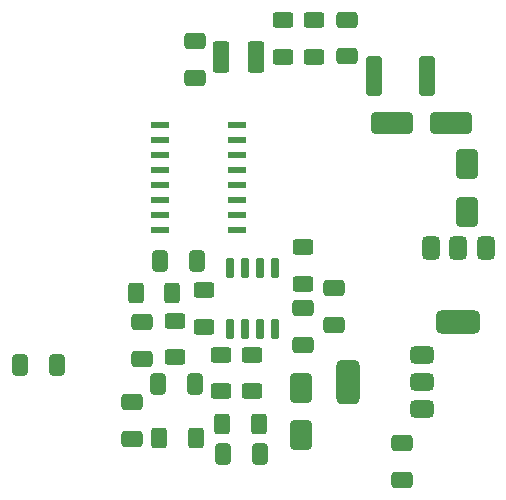
<source format=gbr>
%TF.GenerationSoftware,KiCad,Pcbnew,8.0.3-unknown-202406152119~3f4dc01d97~ubuntu22.04.1*%
%TF.CreationDate,2024-06-18T16:57:28+05:30*%
%TF.ProjectId,SDR-Board,5344522d-426f-4617-9264-2e6b69636164,rev?*%
%TF.SameCoordinates,Original*%
%TF.FileFunction,Paste,Top*%
%TF.FilePolarity,Positive*%
%FSLAX46Y46*%
G04 Gerber Fmt 4.6, Leading zero omitted, Abs format (unit mm)*
G04 Created by KiCad (PCBNEW 8.0.3-unknown-202406152119~3f4dc01d97~ubuntu22.04.1) date 2024-06-18 16:57:28*
%MOMM*%
%LPD*%
G01*
G04 APERTURE LIST*
G04 Aperture macros list*
%AMRoundRect*
0 Rectangle with rounded corners*
0 $1 Rounding radius*
0 $2 $3 $4 $5 $6 $7 $8 $9 X,Y pos of 4 corners*
0 Add a 4 corners polygon primitive as box body*
4,1,4,$2,$3,$4,$5,$6,$7,$8,$9,$2,$3,0*
0 Add four circle primitives for the rounded corners*
1,1,$1+$1,$2,$3*
1,1,$1+$1,$4,$5*
1,1,$1+$1,$6,$7*
1,1,$1+$1,$8,$9*
0 Add four rect primitives between the rounded corners*
20,1,$1+$1,$2,$3,$4,$5,0*
20,1,$1+$1,$4,$5,$6,$7,0*
20,1,$1+$1,$6,$7,$8,$9,0*
20,1,$1+$1,$8,$9,$2,$3,0*%
G04 Aperture macros list end*
%ADD10RoundRect,0.250000X0.400000X0.625000X-0.400000X0.625000X-0.400000X-0.625000X0.400000X-0.625000X0*%
%ADD11RoundRect,0.250000X-0.650000X0.412500X-0.650000X-0.412500X0.650000X-0.412500X0.650000X0.412500X0*%
%ADD12RoundRect,0.250000X0.650000X-1.000000X0.650000X1.000000X-0.650000X1.000000X-0.650000X-1.000000X0*%
%ADD13RoundRect,0.250000X0.650000X-0.412500X0.650000X0.412500X-0.650000X0.412500X-0.650000X-0.412500X0*%
%ADD14RoundRect,0.250000X-0.412500X-0.650000X0.412500X-0.650000X0.412500X0.650000X-0.412500X0.650000X0*%
%ADD15RoundRect,0.250000X-0.625000X0.400000X-0.625000X-0.400000X0.625000X-0.400000X0.625000X0.400000X0*%
%ADD16RoundRect,0.137500X0.662500X0.137500X-0.662500X0.137500X-0.662500X-0.137500X0.662500X-0.137500X0*%
%ADD17RoundRect,0.150000X-0.150000X0.725000X-0.150000X-0.725000X0.150000X-0.725000X0.150000X0.725000X0*%
%ADD18RoundRect,0.250001X0.462499X1.074999X-0.462499X1.074999X-0.462499X-1.074999X0.462499X-1.074999X0*%
%ADD19RoundRect,0.250000X0.625000X-0.400000X0.625000X0.400000X-0.625000X0.400000X-0.625000X-0.400000X0*%
%ADD20RoundRect,0.375000X0.625000X0.375000X-0.625000X0.375000X-0.625000X-0.375000X0.625000X-0.375000X0*%
%ADD21RoundRect,0.500000X0.500000X1.400000X-0.500000X1.400000X-0.500000X-1.400000X0.500000X-1.400000X0*%
%ADD22RoundRect,0.375000X-0.375000X0.625000X-0.375000X-0.625000X0.375000X-0.625000X0.375000X0.625000X0*%
%ADD23RoundRect,0.500000X-1.400000X0.500000X-1.400000X-0.500000X1.400000X-0.500000X1.400000X0.500000X0*%
%ADD24RoundRect,0.250000X0.412500X0.650000X-0.412500X0.650000X-0.412500X-0.650000X0.412500X-0.650000X0*%
%ADD25RoundRect,0.250000X-0.400000X-0.625000X0.400000X-0.625000X0.400000X0.625000X-0.400000X0.625000X0*%
%ADD26RoundRect,0.250000X-0.650000X1.000000X-0.650000X-1.000000X0.650000X-1.000000X0.650000X1.000000X0*%
%ADD27RoundRect,0.250000X1.500000X0.650000X-1.500000X0.650000X-1.500000X-0.650000X1.500000X-0.650000X0*%
%ADD28RoundRect,0.250000X-0.400000X-1.450000X0.400000X-1.450000X0.400000X1.450000X-0.400000X1.450000X0*%
G04 APERTURE END LIST*
D10*
%TO.C,RS1*%
X114712500Y-91774416D03*
X111612500Y-91774416D03*
%TD*%
D11*
%TO.C,C16*%
X121100000Y-80275000D03*
X121100000Y-83400000D03*
%TD*%
D12*
%TO.C,D4*%
X132300000Y-73800000D03*
X132300000Y-69800000D03*
%TD*%
D13*
%TO.C,C1*%
X109290000Y-62482500D03*
X109290000Y-59357500D03*
%TD*%
D14*
%TO.C,C3*%
X106330000Y-78020000D03*
X109455000Y-78020000D03*
%TD*%
D15*
%TO.C,R3*%
X116770000Y-57575000D03*
X116770000Y-60675000D03*
%TD*%
D16*
%TO.C,U2*%
X112815000Y-75395000D03*
X112815000Y-74125000D03*
X112815000Y-72855000D03*
X112815000Y-71585000D03*
X112815000Y-70315000D03*
X112815000Y-69045000D03*
X112815000Y-67775000D03*
X112815000Y-66505000D03*
X106315000Y-66505000D03*
X106315000Y-67775000D03*
X106315000Y-69045000D03*
X106315000Y-70315000D03*
X106315000Y-71585000D03*
X106315000Y-72855000D03*
X106315000Y-74125000D03*
X106315000Y-75395000D03*
%TD*%
D11*
%TO.C,C2*%
X122170000Y-57545000D03*
X122170000Y-60670000D03*
%TD*%
D17*
%TO.C,U6*%
X116030000Y-78575000D03*
X114760000Y-78575000D03*
X113490000Y-78575000D03*
X112220000Y-78575000D03*
X112220000Y-83725000D03*
X113490000Y-83725000D03*
X114760000Y-83725000D03*
X116030000Y-83725000D03*
%TD*%
D13*
%TO.C,CC2*%
X104000000Y-93062500D03*
X104000000Y-89937500D03*
%TD*%
%TO.C,C17*%
X126850000Y-96552500D03*
X126850000Y-93427500D03*
%TD*%
D18*
%TO.C,L1*%
X114487500Y-60700000D03*
X111512500Y-60700000D03*
%TD*%
D19*
%TO.C,R5*%
X118440000Y-79910000D03*
X118440000Y-76810000D03*
%TD*%
D20*
%TO.C,U5*%
X128550000Y-90550000D03*
X128550000Y-88250000D03*
D21*
X122250000Y-88250000D03*
D20*
X128550000Y-85950000D03*
%TD*%
D15*
%TO.C,R6*%
X110070000Y-80470000D03*
X110070000Y-83570000D03*
%TD*%
D22*
%TO.C,U3*%
X133900000Y-76850000D03*
X131600000Y-76850000D03*
D23*
X131600000Y-83150000D03*
D22*
X129300000Y-76850000D03*
%TD*%
D11*
%TO.C,C11*%
X118470000Y-81945000D03*
X118470000Y-85070000D03*
%TD*%
D24*
%TO.C,C12*%
X109322500Y-88400000D03*
X106197500Y-88400000D03*
%TD*%
D19*
%TO.C,R4*%
X107595000Y-86150000D03*
X107595000Y-83050000D03*
%TD*%
D24*
%TO.C,CC1*%
X114762500Y-94300000D03*
X111637500Y-94300000D03*
%TD*%
D10*
%TO.C,R7*%
X107370000Y-80730000D03*
X104270000Y-80730000D03*
%TD*%
D19*
%TO.C,R2*%
X119360000Y-60675000D03*
X119360000Y-57575000D03*
%TD*%
D25*
%TO.C,RS2*%
X106250000Y-93000000D03*
X109350000Y-93000000D03*
%TD*%
D26*
%TO.C,D5*%
X118300000Y-88700000D03*
X118300000Y-92700000D03*
%TD*%
D24*
%TO.C,C14*%
X97592500Y-86800000D03*
X94467500Y-86800000D03*
%TD*%
D13*
%TO.C,CD1*%
X104800000Y-86262500D03*
X104800000Y-83137500D03*
%TD*%
D27*
%TO.C,D1*%
X131000000Y-66300000D03*
X126000000Y-66300000D03*
%TD*%
D15*
%TO.C,R9*%
X111520000Y-85910000D03*
X111520000Y-89010000D03*
%TD*%
%TO.C,R8*%
X114090000Y-85920000D03*
X114090000Y-89020000D03*
%TD*%
D28*
%TO.C,F1*%
X124475000Y-62300000D03*
X128925000Y-62300000D03*
%TD*%
M02*

</source>
